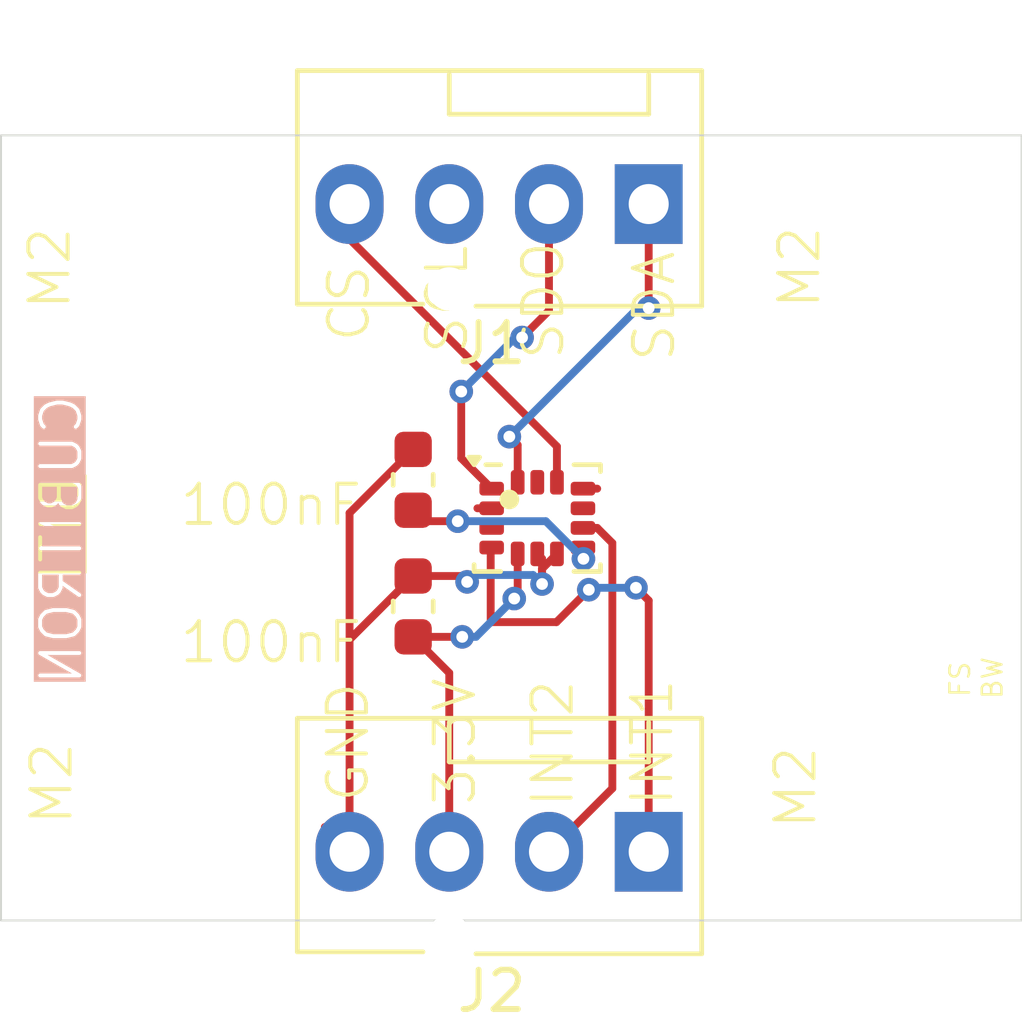
<source format=kicad_pcb>
(kicad_pcb (version 20240108) (generator "pcbnew") (generator_version "8.0")
  (layers (0 "F.Cu" signal) (31 "B.Cu" signal) (34 "B.Paste" user) (35 "F.Paste" user) (36 "B.SilkS" user "B.Silkscreen") (37 "F.SilkS" user "F.Silkscreen") (38 "B.Mask" user) (39 "F.Mask" user) (44 "Edge.Cuts" user))
  (net 0 "")
  (net 1 "+3.3V")
  (net 2 "GND")
  (net 3 "SDO{slash}SAO")
  (net 4 "CS")
  (net 5 "SCL")
  (net 6 "SDA")
  (net 7 "INT2")
  (net 8 "INT1")
  (net 9 "unconnected-(U1-SDO_AUX-Pad11)")
  (net 10 "unconnected-(U1-SDx-Pad2)")
  (footprint "MountingHole:MountingHole_2.2mm_M2" (layer "F.Cu") (at 128 86)
    (property "Reference" "H4" (hide yes))
    (property "Value" "MountingHole_Pad" (hide yes))
    (pad "" np_thru_hole circle (at 0 0) (size 2.2 2.2) (drill 2.2) (layers "*.Cu" "*.Mask"))
  )
  (footprint "Capacitor_SMD:C_0603_1608Metric" (layer "F.Cu") (at 135 78.275 90)
    (property "Reference" "C2" (hide yes))
    (property "Value" "C" (hide yes))
    (fp_line (start -0.14058 -0.51) (end 0.14058 -0.51) (stroke (width 0.12)) (layer "F.SilkS"))
    (fp_line (start -0.14058 0.51) (end 0.14058 0.51) (stroke (width 0.12)) (layer "F.SilkS"))
    (pad "1" smd roundrect (at -0.775 0 90) (size 0.9 0.95) (layers "F.Cu" "F.Paste" "F.Mask") (net 1 "+3.3V"))
    (pad "2" smd roundrect (at 0.775 0 90) (size 0.9 0.95) (layers "F.Cu" "F.Paste" "F.Mask") (net 2 "GND"))
  )
  (footprint "MountingHole:MountingHole_2.2mm_M2" (layer "F.Cu") (at 147 86)
    (property "Reference" "H1" (hide yes))
    (property "Value" "MountingHole_Pad" (hide yes))
    (pad "" np_thru_hole circle (at 0 0) (size 2.2 2.2) (drill 2.2) (layers "*.Cu" "*.Mask"))
  )
  (footprint "Capacitor_SMD:C_0603_1608Metric" (layer "F.Cu") (at 135 81.5 90)
    (property "Reference" "C1" (hide yes))
    (property "Value" "C" (hide yes))
    (fp_line (start -0.14058 -0.51) (end 0.14058 -0.51) (stroke (width 0.12)) (layer "F.SilkS"))
    (fp_line (start -0.14058 0.51) (end 0.14058 0.51) (stroke (width 0.12)) (layer "F.SilkS"))
    (pad "1" smd roundrect (at -0.775 0 90) (size 0.9 0.95) (layers "F.Cu" "F.Paste" "F.Mask") (net 1 "+3.3V"))
    (pad "2" smd roundrect (at 0.775 0 90) (size 0.9 0.95) (layers "F.Cu" "F.Paste" "F.Mask") (net 2 "GND"))
  )
  (footprint "Package_LGA:LGA-14_3x2.5mm_P0.5mm_LayoutBorder3x4y" (layer "F.Cu") (at 138.1625 79.25)
    (property "Reference" "U1" (hide yes))
    (property "Value" "ISM330DHCX" (hide yes))
    (fp_line (start -1.61 1.36) (end -1.61 1.185) (stroke (width 0.12)) (layer "F.SilkS"))
    (fp_line (start -0.935 -1.36) (end -1.31 -1.36) (stroke (width 0.12)) (layer "F.SilkS"))
    (fp_line (start -0.935 1.36) (end -1.61 1.36) (stroke (width 0.12)) (layer "F.SilkS"))
    (fp_line (start 0.935 -1.36) (end 1.61 -1.36) (stroke (width 0.12)) (layer "F.SilkS"))
    (fp_line (start 0.935 1.36) (end 1.61 1.36) (stroke (width 0.12)) (layer "F.SilkS"))
    (fp_line (start 1.61 -1.36) (end 1.61 -1.185) (stroke (width 0.12)) (layer "F.SilkS"))
    (fp_line (start 1.61 1.36) (end 1.61 1.185) (stroke (width 0.12)) (layer "F.SilkS"))
    (fp_poly (pts (xy -1.61 -1.36) (xy -1.75 -1.55) (xy -1.47 -1.55) (xy -1.61 -1.36)) (stroke (width 0.12)) (fill solid) (layer "F.SilkS"))
    (pad "1" smd roundrect (at -1.1625 -0.75) (size 0.625 0.35) (layers "F.Cu" "F.Paste" "F.Mask") (net 3 "SDO{slash}SAO"))
    (pad "2" smd roundrect (at -1.1625 -0.25) (size 0.625 0.35) (layers "F.Cu" "F.Paste" "F.Mask") (net 10 "unconnected-(U1-SDx-Pad2)"))
    (pad "3" smd roundrect (at -1.1625 0.25) (size 0.625 0.35) (layers "F.Cu" "F.Paste" "F.Mask"))
    (pad "4" smd roundrect (at -1.1625 0.75) (size 0.625 0.35) (layers "F.Cu" "F.Paste" "F.Mask") (net 8 "INT1"))
    (pad "5" smd roundrect (at -0.5 0.9125) (size 0.35 0.625) (layers "F.Cu" "F.Paste" "F.Mask") (net 1 "+3.3V"))
    (pad "6" smd roundrect (at 0 0.9125) (size 0.35 0.625) (layers "F.Cu" "F.Paste" "F.Mask") (net 2 "GND"))
    (pad "7" smd roundrect (at 0.5 0.9125) (size 0.35 0.625) (layers "F.Cu" "F.Paste" "F.Mask") (net 2 "GND"))
    (pad "8" smd roundrect (at 1.1625 0.75) (size 0.625 0.35) (layers "F.Cu" "F.Paste" "F.Mask") (net 1 "+3.3V"))
    (pad "9" smd roundrect (at 1.1625 0.25) (size 0.625 0.35) (layers "F.Cu" "F.Paste" "F.Mask") (net 7 "INT2"))
    (pad "10" smd roundrect (at 1.1625 -0.25) (size 0.625 0.35) (layers "F.Cu" "F.Paste" "F.Mask"))
    (pad "11" smd roundrect (at 1.1625 -0.75) (size 0.625 0.35) (layers "F.Cu" "F.Paste" "F.Mask") (net 9 "unconnected-(U1-SDO_AUX-Pad11)"))
    (pad "12" smd roundrect (at 0.5 -0.9125) (size 0.35 0.625) (layers "F.Cu" "F.Paste" "F.Mask") (net 4 "CS"))
    (pad "13" smd roundrect (at 0 -0.9125) (size 0.35 0.625) (layers "F.Cu" "F.Paste" "F.Mask"))
    (pad "14" smd roundrect (at -0.5 -0.9125) (size 0.35 0.625) (layers "F.Cu" "F.Paste" "F.Mask") (net 6 "SDA"))
  )
  (footprint "Connector:FanPinHeader_1x04_P2.54mm_Vertical" (layer "F.Cu") (at 141 87.75 180)
    (property "Reference" "J2" (at 4 -3.55 360) (layer "F.SilkS"))
    (property "Value" "Conn_01x04")
    (fp_line (start 8.95 3.4) (end -1.35 3.4) (stroke (width 0.12)) (layer "F.SilkS"))
    (fp_line (start 8.95 -2.55) (end 8.95 3.4) (stroke (width 0.12)) (layer "F.SilkS"))
    (fp_line (start 5.75 -2.55) (end 8.95 -2.55) (stroke (width 0.12)) (layer "F.SilkS"))
    (fp_line (start 5.08 2.29) (end 5.08 3.3) (stroke (width 0.12)) (layer "F.SilkS"))
    (fp_line (start 0 3.3) (end 0 2.29) (stroke (width 0.12)) (layer "F.SilkS"))
    (fp_line (start 0 2.29) (end 5.08 2.29) (stroke (width 0.12)) (layer "F.SilkS"))
    (fp_line (start -1.35 3.4) (end -1.35 -2.6) (stroke (width 0.12)) (layer "F.SilkS"))
    (fp_line (start -1.35 -2.6) (end 4.4 -2.6) (stroke (width 0.12)) (layer "F.SilkS"))
    (pad "" np_thru_hole circle (at 5.08 -2.16 270) (size 1.1 1.1) (drill 1.1) (layers "*.Cu" "*.Mask"))
    (pad "1" thru_hole rect (at 0 0 270) (size 2.03 1.73) (drill 1.02) (layers "*.Cu" "*.Mask") (net 8 "INT1"))
    (pad "2" thru_hole oval (at 2.54 0 270) (size 2.03 1.73) (drill 1.02) (layers "*.Cu" "*.Mask") (net 7 "INT2"))
    (pad "3" thru_hole oval (at 5.08 0 270) (size 2.03 1.73) (drill 1.02) (layers "*.Cu" "*.Mask") (net 1 "+3.3V"))
    (pad "4" thru_hole oval (at 7.62 0 270) (size 2.03 1.73) (drill 1.02) (layers "*.Cu" "*.Mask") (net 2 "GND"))
  )
  (footprint "Connector:FanPinHeader_1x04_P2.54mm_Vertical" (layer "F.Cu") (at 141 71.25 180)
    (property "Reference" "J1" (at 4 -3.55 360) (layer "F.SilkS"))
    (property "Value" "Conn_01x04")
    (fp_line (start 8.95 3.4) (end -1.35 3.4) (stroke (width 0.12)) (layer "F.SilkS"))
    (fp_line (start 8.95 -2.55) (end 8.95 3.4) (stroke (width 0.12)) (layer "F.SilkS"))
    (fp_line (start 5.75 -2.55) (end 8.95 -2.55) (stroke (width 0.12)) (layer "F.SilkS"))
    (fp_line (start 5.08 2.29) (end 5.08 3.3) (stroke (width 0.12)) (layer "F.SilkS"))
    (fp_line (start 0 3.3) (end 0 2.29) (stroke (width 0.12)) (layer "F.SilkS"))
    (fp_line (start 0 2.29) (end 5.08 2.29) (stroke (width 0.12)) (layer "F.SilkS"))
    (fp_line (start -1.35 3.4) (end -1.35 -2.6) (stroke (width 0.12)) (layer "F.SilkS"))
    (fp_line (start -1.35 -2.6) (end 4.4 -2.6) (stroke (width 0.12)) (layer "F.SilkS"))
    (pad "" np_thru_hole circle (at 5.08 -2.16 270) (size 1.1 1.1) (drill 1.1) (layers "*.Cu" "*.Mask"))
    (pad "1" thru_hole rect (at 0 0 270) (size 2.03 1.73) (drill 1.02) (layers "*.Cu" "*.Mask") (net 6 "SDA"))
    (pad "2" thru_hole oval (at 2.54 0 270) (size 2.03 1.73) (drill 1.02) (layers "*.Cu" "*.Mask") (net 3 "SDO{slash}SAO"))
    (pad "3" thru_hole oval (at 5.08 0 270) (size 2.03 1.73) (drill 1.02) (layers "*.Cu" "*.Mask") (net 5 "SCL"))
    (pad "4" thru_hole oval (at 7.62 0 270) (size 2.03 1.73) (drill 1.02) (layers "*.Cu" "*.Mask") (net 4 "CS"))
  )
  (footprint "MountingHole:MountingHole_2.2mm_M2" (layer "F.Cu") (at 147 73)
    (property "Reference" "H2" (hide yes))
    (property "Value" "MountingHole_Pad" (hide yes))
    (pad "" np_thru_hole circle (at 0 0) (size 2.2 2.2) (drill 2.2) (layers "*.Cu" "*.Mask"))
  )
  (footprint "MountingHole:MountingHole_2.2mm_M2" (layer "F.Cu") (at 128 73)
    (property "Reference" "H3" (hide yes))
    (property "Value" "MountingHole_Pad" (hide yes))
    (pad "" np_thru_hole circle (at 0 0) (size 2.2 2.2) (drill 2.2) (layers "*.Cu" "*.Mask"))
  )
  (gr_circle (center 137.45 78.775) (end 137.65 78.775) (stroke (width 0.1)) (fill solid) (layer "F.SilkS"))
  (gr_rect (start 124.5 69.5) (end 150.5 89.5) (stroke (width 0.05)) (fill none) (layer "Edge.Cuts"))
  (gr_text "CUBITRON" (at 126.625 76.05 90) (layer "B.SilkS" knockout) (effects (font (size 1 1) (thickness 0.1)) (justify left bottom mirror)))
  (gr_text "SDO" (at 138.9 75.275 90) (layer "F.SilkS") (effects (font (size 1 1) (thickness 0.1)) (justify left bottom)))
  (gr_text "100nF" (at 129 79.5 0) (layer "F.SilkS") (effects (font (size 1 1) (thickness 0.1)) (justify left bottom)))
  (gr_text "BW" (at 150.05 83.9 90) (layer "F.SilkS") (effects (font (size 0.5 0.5) (thickness 0.0625)) (justify left bottom)))
  (gr_text "IMU\n" (at 126.65 80.8 90) (layer "F.SilkS" knockout) (effects (font (size 1 1) (thickness 0.1)) (justify left bottom)))
  (gr_text "M2" (at 145.325 87.225 90) (layer "F.SilkS") (effects (font (size 1 1) (thickness 0.1)) (justify left bottom)))
  (gr_text "INT1\n" (at 141.675 86.65 90) (layer "F.SilkS") (effects (font (size 1 1) (thickness 0.1)) (justify left bottom)))
  (gr_text "3.3V" (at 136.65 86.625 90) (layer "F.SilkS") (effects (font (size 1 1) (thickness 0.1)) (justify left bottom)))
  (gr_text "SCL" (at 136.45 75.125 90) (layer "F.SilkS") (effects (font (size 1 1) (thickness 0.1)) (justify left bottom)))
  (gr_text "M2" (at 145.425 73.975 90) (layer "F.SilkS") (effects (font (size 1 1) (thickness 0.1)) (justify left bottom)))
  (gr_text "100nF" (at 129 83 0) (layer "F.SilkS") (effects (font (size 1 1) (thickness 0.1)) (justify left bottom)))
  (gr_text "M2" (at 126.325 74 90) (layer "F.SilkS") (effects (font (size 1 1) (thickness 0.1)) (justify left bottom)))
  (gr_text "INT2\n\n" (at 140.75 86.675 90) (layer "F.SilkS") (effects (font (size 1 1) (thickness 0.1)) (justify left bottom)))
  (gr_text "GND" (at 133.925 86.55 90) (layer "F.SilkS") (effects (font (size 1 1) (thickness 0.1)) (justify left bottom)))
  (gr_text "CS" (at 133.95 74.825 90) (layer "F.SilkS") (effects (font (size 1 1) (thickness 0.1)) (justify left bottom)))
  (gr_text "SDA" (at 141.725 75.325 90) (layer "F.SilkS") (effects (font (size 1 1) (thickness 0.1)) (justify left bottom)))
  (gr_text "M2" (at 126.375 87.125 90) (layer "F.SilkS") (effects (font (size 1 1) (thickness 0.1)) (justify left bottom)))
  (gr_text "FS" (at 149.225 83.85 90) (layer "F.SilkS") (effects (font (size 0.5 0.5) (thickness 0.0625)) (justify left bottom)))
  (segment (start 137.575 81.3) (end 137.6625 81.2125) (width 0.2) (layer "F.Cu") (net 1))
  (segment (start 135 82.275) (end 136.25 82.275) (width 0.2) (layer "F.Cu") (net 1))
  (segment (start 135.92 87.75) (end 135.92 83.195) (width 0.2) (layer "F.Cu") (net 1))
  (segment (start 135.92 83.195) (end 135 82.275) (width 0.2) (layer "F.Cu") (net 1))
  (segment (start 139.325 80) (end 139.325 80.274405) (width 0.2) (layer "F.Cu") (net 1))
  (segment (start 139.325 80.274405) (end 139.3375 80.286905) (width 0.2) (layer "F.Cu") (net 1))
  (segment (start 136.135259 79.32892) (end 135.27892 79.32892) (width 0.2) (layer "F.Cu") (net 1))
  (segment (start 137.6625 81.2125) (end 137.6625 80.1625) (width 0.2) (layer "F.Cu") (net 1))
  (segment (start 135.27892 79.32892) (end 135 79.05) (width 0.2) (layer "F.Cu") (net 1))
  (via (at 137.575 81.3) (size 0.6) (drill 0.3) (layers "F.Cu" "B.Cu") (net 1))
  (via (at 136.135259 79.32892) (size 0.6) (drill 0.3) (layers "F.Cu" "B.Cu") (net 1))
  (via (at 139.3375 80.286905) (size 0.6) (drill 0.3) (layers "F.Cu" "B.Cu") (net 1))
  (via (at 136.25 82.275) (size 0.6) (drill 0.3) (layers "F.Cu" "B.Cu") (net 1))
  (segment (start 138.379515 79.32892) (end 136.135259 79.32892) (width 0.2) (layer "B.Cu") (net 1))
  (segment (start 136.6 82.275) (end 137.575 81.3) (width 0.2) (layer "B.Cu") (net 1))
  (segment (start 139.3375 80.286905) (end 138.379515 79.32892) (width 0.2) (layer "B.Cu") (net 1))
  (segment (start 136.25 82.275) (end 136.6 82.275) (width 0.2) (layer "B.Cu") (net 1))
  (segment (start 133.38 82.345) (end 135 80.725) (width 0.2) (layer "F.Cu") (net 2))
  (segment (start 138.283667 80.541333) (end 138.6625 80.1625) (width 0.2) (layer "F.Cu") (net 2))
  (segment (start 133.38 87.75) (end 132.75 87.12) (width 0.2) (layer "F.Cu") (net 2))
  (segment (start 138.283667 80.928793) (end 138.283667 80.541333) (width 0.2) (layer "F.Cu") (net 2))
  (segment (start 133.38 79.12) (end 135 77.5) (width 0.2) (layer "F.Cu") (net 2))
  (segment (start 133.38 87.75) (end 133.38 82.345) (width 0.2) (layer "F.Cu") (net 2))
  (segment (start 133.38 82.345) (end 133.38 79.12) (width 0.2) (layer "F.Cu") (net 2))
  (segment (start 138.283667 80.928793) (end 138.283667 80.283667) (width 0.2) (layer "F.Cu") (net 2))
  (segment (start 135 80.725) (end 136.225 80.725) (width 0.2) (layer "F.Cu") (net 2))
  (segment (start 136.225 80.725) (end 136.375 80.875) (width 0.2) (layer "F.Cu") (net 2))
  (segment (start 138.283667 80.283667) (end 138.1625 80.1625) (width 0.2) (layer "F.Cu") (net 2))
  (via (at 138.283667 80.928793) (size 0.6) (drill 0.3) (layers "F.Cu" "B.Cu") (net 2))
  (via (at 136.375 80.875) (size 0.6) (drill 0.3) (layers "F.Cu" "B.Cu") (net 2))
  (segment (start 136.375 80.875) (end 136.55 80.7) (width 0.2) (layer "B.Cu") (net 2))
  (segment (start 136.55 80.7) (end 138.054874 80.7) (width 0.2) (layer "B.Cu") (net 2))
  (segment (start 138.054874 80.7) (end 138.283667 80.928793) (width 0.2) (layer "B.Cu") (net 2))
  (segment (start 138.46 73.965) (end 138.46 71.25) (width 0.2) (layer "F.Cu") (net 3))
  (segment (start 136.225 77.725) (end 136.225 76.025) (width 0.2) (layer "F.Cu") (net 3))
  (segment (start 137.775 74.65) (end 138.46 73.965) (width 0.2) (layer "F.Cu") (net 3))
  (segment (start 137 78.5) (end 136.225 77.725) (width 0.2) (layer "F.Cu") (net 3))
  (via (at 136.225 76.025) (size 0.6) (drill 0.3) (layers "F.Cu" "B.Cu") (net 3))
  (via (at 137.775 74.65) (size 0.6) (drill 0.3) (layers "F.Cu" "B.Cu") (net 3))
  (segment (start 136.225 76.025) (end 137.6 74.65) (width 0.2) (layer "B.Cu") (net 3))
  (segment (start 137.6 74.65) (end 137.775 74.65) (width 0.2) (layer "B.Cu") (net 3))
  (segment (start 133.38 72.142792) (end 133.38 71.25) (width 0.2) (layer "F.Cu") (net 4))
  (segment (start 138.6625 78.3375) (end 138.6625 77.425292) (width 0.2) (layer "F.Cu") (net 4))
  (segment (start 138.6625 77.425292) (end 133.38 72.142792) (width 0.2) (layer "F.Cu") (net 4))
  (segment (start 137.6625 78.3375) (end 137.6625 77.3875) (width 0.2) (layer "F.Cu") (net 6))
  (segment (start 141 73.9) (end 141 71.25) (width 0.2) (layer "F.Cu") (net 6))
  (segment (start 137.6625 77.3875) (end 137.45 77.175) (width 0.2) (layer "F.Cu") (net 6))
  (via (at 137.45 77.175) (size 0.6) (drill 0.3) (layers "F.Cu" "B.Cu") (net 6))
  (via (at 141 73.9) (size 0.6) (drill 0.3) (layers "F.Cu" "B.Cu") (net 6))
  (segment (start 137.45 77.175) (end 140.725 73.9) (width 0.2) (layer "B.Cu") (net 6))
  (segment (start 140.725 73.9) (end 141 73.9) (width 0.2) (layer "B.Cu") (net 6))
  (segment (start 139.325 79.5) (end 139.687932 79.5) (width 0.2) (layer "F.Cu") (net 7))
  (segment (start 140.075 86.135) (end 138.46 87.75) (width 0.2) (layer "F.Cu") (net 7))
  (segment (start 140.075 79.887068) (end 140.075 86.135) (width 0.2) (layer "F.Cu") (net 7))
  (segment (start 139.687932 79.5) (end 140.075 79.887068) (width 0.2) (layer "F.Cu") (net 7))
  (segment (start 139.475 81.075) (end 138.65 81.9) (width 0.2) (layer "F.Cu") (net 8))
  (segment (start 136.975 81.9) (end 136.975 79.975) (width 0.2) (layer "F.Cu") (net 8))
  (segment (start 141 87.75) (end 141 81.35) (width 0.2) (layer "F.Cu") (net 8))
  (segment (start 138.65 81.9) (end 136.975 81.9) (width 0.2) (layer "F.Cu") (net 8))
  (segment (start 141 81.35) (end 140.675 81.025) (width 0.2) (layer "F.Cu") (net 8))
  (segment (start 136.975 79.975) (end 137 79.975) (width 0.2) (layer "F.Cu") (net 8))
  (via (at 139.475 81.075) (size 0.6) (drill 0.3) (layers "F.Cu" "B.Cu") (net 8))
  (via (at 140.675 81.025) (size 0.6) (drill 0.3) (layers "F.Cu" "B.Cu") (net 8))
  (segment (start 139.525 81.025) (end 139.475 81.075) (width 0.2) (layer "B.Cu") (net 8))
  (segment (start 140.675 81.025) (end 139.525 81.025) (width 0.2) (layer "B.Cu") (net 8))
  (segment (start 139.687932 78.5) (end 139.325 78.5) (width 0.2) (layer "F.Cu") (net 9))
  (segment (start 136.637068 79) (end 137 79) (width 0.2) (layer "F.Cu") (net 10))
)
</source>
